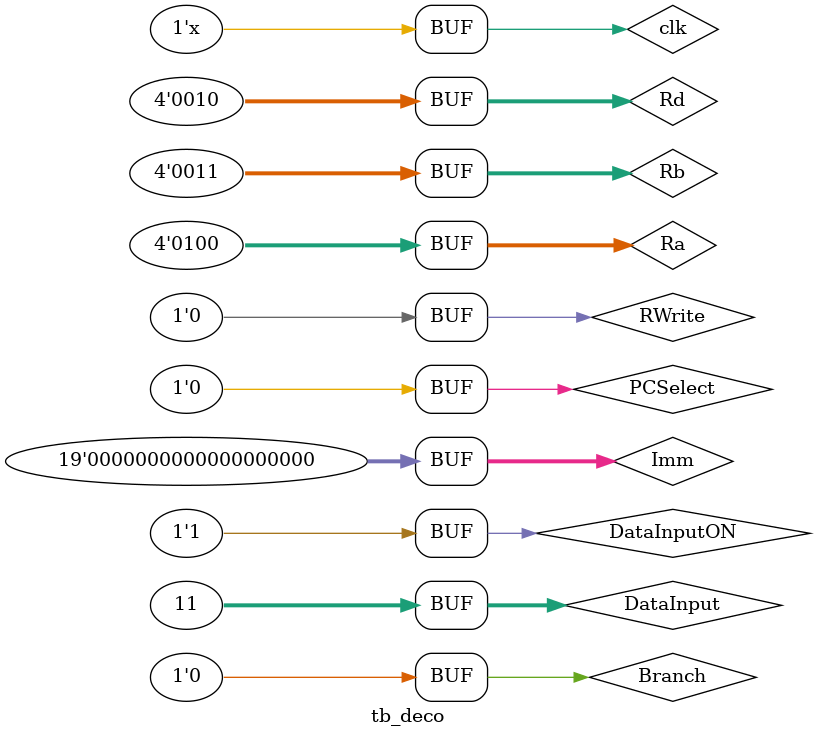
<source format=sv>
`timescale 1 ps/ 1 ps
module tb_deco();



				 
logic [3:0] Ra, Rb, Rd;			 
logic  Branch, clk, DataInputON, RWrite;
logic [18: 0] Imm;
logic [31:0] DataInput; 

logic PCSelect;
logic [31:0] BranchDir, ImmExtend, Data1, Data2;
logic [3:0] RD;
						

DECO decop(Ra, Rb, Rd, Branch, clk, DataInputON, RWrite,  Imm, DataInput, PCSelect, BranchDir, ImmExtend, Data1, Data2, RD );

						
initial begin 
	clk =0;
	
	#5
	Ra = 4'b0;
	Rb = 4'b0;
	Rd = 4'd2;
	
	PCSelect = 1'b0;
	Branch = 1'b0;
	DataInputON = 1'b1;
	RWrite = 1'b1;
	Imm = 32'd8;
	DataInput = 32'd10;


	#5
	
	Ra = 4'd5;
	Rb = 4'd3;
	Ra = 4'd4;
	
	PCSelect = 1'b0;
	Branch = 1'b0;
	DataInputON = 1'b1;
	RWrite = 1'b0;
	Imm = 32'd0;
	DataInput = 32'd11;

end
always 
	#5 clk <= !clk;

endmodule
</source>
